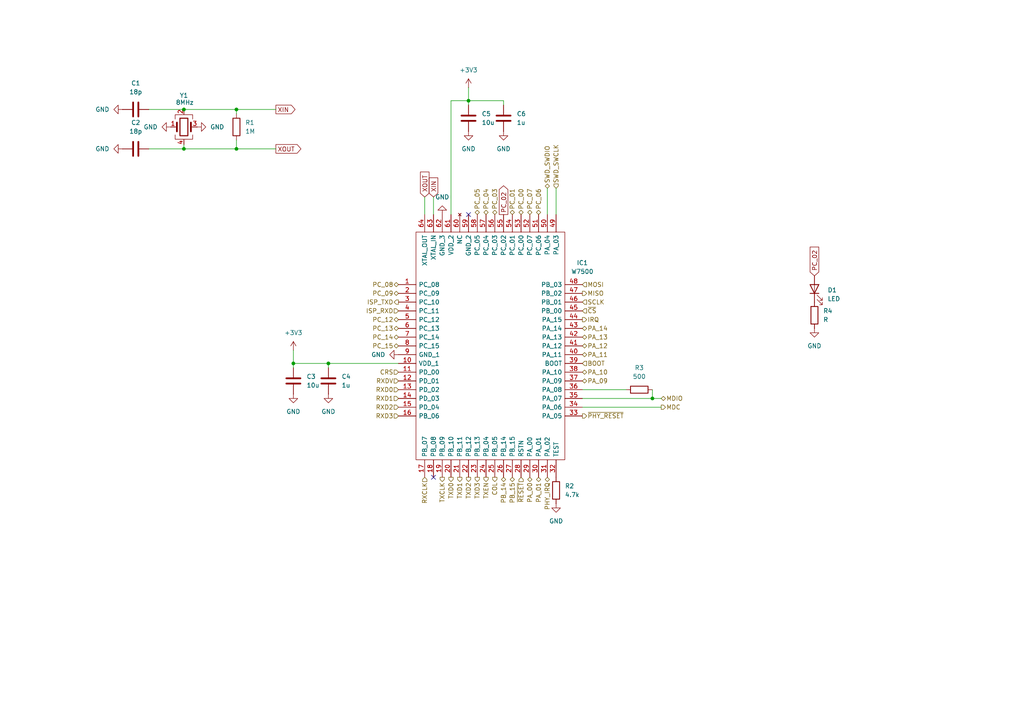
<source format=kicad_sch>
(kicad_sch (version 20231120) (generator "eeschema") (generator_version "8.0")
  (paper "A4")
  (title_block (date "2024-08-09"))
  (lib_symbols
    (symbol "Device:C" (pin_numbers hide) (pin_names (offset 0.254))
      (property "Reference" "C" (at 0.635 2.54 0))
      (property "Value" "C" (at 0.635 -2.54 0))
      (symbol "C_0_1"
        (polyline (pts (xy -2.032 -0.762) (xy 2.032 -0.762)) (stroke (width 0.508)))
        (polyline (pts (xy -2.032 0.762) (xy 2.032 0.762)) (stroke (width 0.508)))
      )
      (symbol "C_1_1"
        (pin passive line (at 0 3.81 270) (length 2.794) (name "~") (number "1"))
        (pin passive line (at 0 -3.81 90) (length 2.794) (name "~") (number "2"))
      )
    )
    (symbol "Device:Crystal_GND24" (pin_names (offset 1.016) hide)
      (property "Reference" "Y" (at 3.175 5.08 0))
      (property "Value" "Crystal_GND24" (at 3.175 3.175 0))
      (symbol "Crystal_GND24_0_1"
        (rectangle (start -1.143 2.54) (end 1.143 -2.54) (stroke (width 0.3048)))
        (polyline (pts (xy -2.54 0) (xy -2.032 0)))
        (polyline (pts (xy -2.032 -1.27) (xy -2.032 1.27)) (stroke (width 0.508)))
        (polyline (pts (xy 0 -3.81) (xy 0 -3.556)))
        (polyline (pts (xy 0 3.556) (xy 0 3.81)))
        (polyline (pts (xy 2.032 -1.27) (xy 2.032 1.27)) (stroke (width 0.508)))
        (polyline (pts (xy 2.032 0) (xy 2.54 0)))
        (polyline (pts (xy -2.54 -2.286) (xy -2.54 -3.556) (xy 2.54 -3.556) (xy 2.54 -2.286)))
        (polyline (pts (xy -2.54 2.286) (xy -2.54 3.556) (xy 2.54 3.556) (xy 2.54 2.286)))
      )
      (symbol "Crystal_GND24_1_1"
        (pin passive line (at -3.81 0 0) (length 1.27) (name "1") (number "1"))
        (pin passive line (at 0 5.08 270) (length 1.27) (name "2") (number "2"))
        (pin passive line (at 3.81 0 180) (length 1.27) (name "3") (number "3"))
        (pin passive line (at 0 -5.08 90) (length 1.27) (name "4") (number "4"))
      )
    )
    (symbol "Device:LED" (pin_numbers hide) (pin_names (offset 1.016) hide)
      (property "Reference" "D" (at 0 2.54 0))
      (property "Value" "LED" (at 0 -2.54 0))
      (symbol "LED_0_1"
        (polyline (pts (xy -1.27 -1.27) (xy -1.27 1.27)) (stroke (width 0.254)))
        (polyline (pts (xy -1.27 0) (xy 1.27 0)))
        (polyline (pts (xy 1.27 -1.27) (xy 1.27 1.27) (xy -1.27 0) (xy 1.27 -1.27)) (stroke (width 0.254)))
        (polyline (pts (xy -3.048 -0.762) (xy -4.572 -2.286) (xy -3.81 -2.286) (xy -4.572 -2.286) (xy -4.572 -1.524)))
        (polyline (pts (xy -1.778 -0.762) (xy -3.302 -2.286) (xy -2.54 -2.286) (xy -3.302 -2.286) (xy -3.302 -1.524)))
      )
      (symbol "LED_1_1"
        (pin passive line (at -3.81 0 0) (length 2.54) (name "K") (number "1"))
        (pin passive line (at 3.81 0 180) (length 2.54) (name "A") (number "2"))
      )
    )
    (symbol "Device:R" (pin_numbers hide) (pin_names (offset 0))
      (property "Reference" "R" (at 2.032 0 90))
      (property "Value" "R" (at 0 0 90))
      (symbol "R_0_1"
        (rectangle (start -1.016 -2.54) (end 1.016 2.54) (stroke (width 0.254)))
      )
      (symbol "R_1_1"
        (pin passive line (at 0 3.81 270) (length 1.27) (name "~") (number "1"))
        (pin passive line (at 0 -3.81 90) (length 1.27) (name "~") (number "2"))
      )
    )
    (symbol "SamacSys_Parts:W7500" (pin_names (offset 0.762))
      (property "Reference" "IC" (at 49.53 20.32 0))
      (property "Value" "W7500" (at 49.53 17.78 0))
      (symbol "W7500_0_0"
        (pin passive line (at 0 0 0) (length 5.08) (name "PC_08") (number "1"))
        (pin passive line (at 0 -22.86 0) (length 5.08) (name "VDD_1") (number "10"))
        (pin passive line (at 0 -25.4 0) (length 5.08) (name "PD_00") (number "11"))
        (pin passive line (at 0 -27.94 0) (length 5.08) (name "PD_01") (number "12"))
        (pin passive line (at 0 -30.48 0) (length 5.08) (name "PD_02") (number "13"))
        (pin passive line (at 0 -33.02 0) (length 5.08) (name "PD_03") (number "14"))
        (pin passive line (at 0 -35.56 0) (length 5.08) (name "PD_04") (number "15"))
        (pin passive line (at 0 -38.1 0) (length 5.08) (name "PB_06") (number "16"))
        (pin passive line (at 7.62 -55.88 90) (length 5.08) (name "PB_07") (number "17"))
        (pin passive line (at 10.16 -55.88 90) (length 5.08) (name "PB_08") (number "18"))
        (pin passive line (at 12.7 -55.88 90) (length 5.08) (name "PB_09") (number "19"))
        (pin passive line (at 0 -2.54 0) (length 5.08) (name "PC_09") (number "2"))
        (pin passive line (at 15.24 -55.88 90) (length 5.08) (name "PB_10") (number "20"))
        (pin passive line (at 17.78 -55.88 90) (length 5.08) (name "PB_11") (number "21"))
        (pin passive line (at 20.32 -55.88 90) (length 5.08) (name "PB_12") (number "22"))
        (pin passive line (at 22.86 -55.88 90) (length 5.08) (name "PB_13") (number "23"))
        (pin passive line (at 25.4 -55.88 90) (length 5.08) (name "PB_04") (number "24"))
        (pin passive line (at 27.94 -55.88 90) (length 5.08) (name "PB_05") (number "25"))
        (pin passive line (at 30.48 -55.88 90) (length 5.08) (name "PB_14") (number "26"))
        (pin passive line (at 33.02 -55.88 90) (length 5.08) (name "PB_15") (number "27"))
        (pin passive line (at 35.56 -55.88 90) (length 5.08) (name "RSTN") (number "28"))
        (pin passive line (at 38.1 -55.88 90) (length 5.08) (name "PA_00") (number "29"))
        (pin passive line (at 0 -5.08 0) (length 5.08) (name "PC_10") (number "3"))
        (pin passive line (at 40.64 -55.88 90) (length 5.08) (name "PA_01") (number "30"))
        (pin passive line (at 43.18 -55.88 90) (length 5.08) (name "PA_02") (number "31"))
        (pin passive line (at 45.72 -55.88 90) (length 5.08) (name "TEST") (number "32"))
        (pin passive line (at 53.34 -38.1 180) (length 5.08) (name "PA_05") (number "33"))
        (pin passive line (at 53.34 -35.56 180) (length 5.08) (name "PA_06") (number "34"))
        (pin passive line (at 53.34 -33.02 180) (length 5.08) (name "PA_07") (number "35"))
        (pin passive line (at 53.34 -30.48 180) (length 5.08) (name "PA_08") (number "36"))
        (pin passive line (at 53.34 -27.94 180) (length 5.08) (name "PA_09") (number "37"))
        (pin passive line (at 53.34 -25.4 180) (length 5.08) (name "PA_10") (number "38"))
        (pin passive line (at 53.34 -22.86 180) (length 5.08) (name "BOOT") (number "39"))
        (pin passive line (at 0 -7.62 0) (length 5.08) (name "PC_11") (number "4"))
        (pin passive line (at 53.34 -20.32 180) (length 5.08) (name "PA_11") (number "40"))
        (pin passive line (at 53.34 -17.78 180) (length 5.08) (name "PA_12") (number "41"))
        (pin passive line (at 53.34 -15.24 180) (length 5.08) (name "PA_13") (number "42"))
        (pin passive line (at 53.34 -12.7 180) (length 5.08) (name "PA_14") (number "43"))
        (pin passive line (at 53.34 -10.16 180) (length 5.08) (name "PA_15") (number "44"))
        (pin passive line (at 53.34 -7.62 180) (length 5.08) (name "PB_00") (number "45"))
        (pin passive line (at 53.34 -5.08 180) (length 5.08) (name "PB_01") (number "46"))
        (pin passive line (at 53.34 -2.54 180) (length 5.08) (name "PB_02") (number "47"))
        (pin passive line (at 53.34 0 180) (length 5.08) (name "PB_03") (number "48"))
        (pin passive line (at 45.72 20.32 270) (length 5.08) (name "PA_03") (number "49"))
        (pin passive line (at 0 -10.16 0) (length 5.08) (name "PC_12") (number "5"))
        (pin passive line (at 43.18 20.32 270) (length 5.08) (name "PA_04") (number "50"))
        (pin passive line (at 40.64 20.32 270) (length 5.08) (name "PC_06") (number "51"))
        (pin passive line (at 38.1 20.32 270) (length 5.08) (name "PC_07") (number "52"))
        (pin passive line (at 35.56 20.32 270) (length 5.08) (name "PC_00") (number "53"))
        (pin passive line (at 33.02 20.32 270) (length 5.08) (name "PC_01") (number "54"))
        (pin passive line (at 30.48 20.32 270) (length 5.08) (name "PC_02") (number "55"))
        (pin passive line (at 27.94 20.32 270) (length 5.08) (name "PC_03") (number "56"))
        (pin passive line (at 25.4 20.32 270) (length 5.08) (name "PC_04") (number "57"))
        (pin passive line (at 22.86 20.32 270) (length 5.08) (name "PC_05") (number "58"))
        (pin passive line (at 20.32 20.32 270) (length 5.08) (name "GND_2") (number "59"))
        (pin passive line (at 0 -12.7 0) (length 5.08) (name "PC_13") (number "6"))
        (pin no_connect line (at 17.78 20.32 270) (length 5.08) (name "NC") (number "60"))
        (pin passive line (at 15.24 20.32 270) (length 5.08) (name "VDD_2") (number "61"))
        (pin passive line (at 12.7 20.32 270) (length 5.08) (name "GND_3") (number "62"))
        (pin passive line (at 10.16 20.32 270) (length 5.08) (name "XTAL_IN") (number "63"))
        (pin passive line (at 7.62 20.32 270) (length 5.08) (name "XTAL_OUT") (number "64"))
        (pin passive line (at 0 -15.24 0) (length 5.08) (name "PC_14") (number "7"))
        (pin passive line (at 0 -17.78 0) (length 5.08) (name "PC_15") (number "8"))
        (pin passive line (at 0 -20.32 0) (length 5.08) (name "GND_1") (number "9"))
      )
      (symbol "W7500_0_1"
        (polyline (pts (xy 5.08 15.24) (xy 48.26 15.24) (xy 48.26 -50.8) (xy 5.08 -50.8) (xy 5.08 15.24)) (stroke (width 0.1524)))
      )
    )
    (symbol "power:+3V3" (power) (pin_numbers hide) (pin_names (offset 0) hide)
      (property "Value" "+3V3" (at 0 3.556 0))
      (symbol "+3V3_0_1"
        (polyline (pts (xy -0.762 1.27) (xy 0 2.54)))
        (polyline (pts (xy 0 0) (xy 0 2.54)))
        (polyline (pts (xy 0 2.54) (xy 0.762 1.27)))
      )
      (symbol "+3V3_1_1"
        (pin power_in line (at 0 0 90) (length 0) (name "~") (number "1"))
      )
    )
    (symbol "power:GND" (power) (pin_numbers hide) (pin_names (offset 0) hide)
      (property "Value" "GND" (at 0 -3.81 0))
      (symbol "GND_0_1"
        (polyline (pts (xy 0 0) (xy 0 -1.27) (xy 1.27 -1.27) (xy 0 -2.54) (xy -1.27 -1.27) (xy 0 -1.27)))
      )
      (symbol "GND_1_1"
        (pin power_in line (at 0 0 270) (length 0) (name "~") (number "1"))
      )
    )
  )
  (junction (at 189.23 115.57))
  (junction (at 85.09 105.41))
  (junction (at 135.89 29.21))
  (junction (at 68.58 31.75))
  (junction (at 95.25 105.41))
  (junction (at 53.34 31.75))
  (junction (at 53.34 43.18))
  (junction (at 68.58 43.18))
  (no_connect (at 125.73 138.43))
  (no_connect (at 135.89 62.23))
  (wire (pts (xy 125.73 57.15) (xy 125.73 62.23)))
  (wire (pts (xy 68.58 40.64) (xy 68.58 43.18)))
  (wire (pts (xy 43.18 31.75) (xy 53.34 31.75)))
  (wire (pts (xy 68.58 33.02) (xy 68.58 31.75)))
  (wire (pts (xy 43.18 43.18) (xy 53.34 43.18)))
  (wire (pts (xy 189.23 115.57) (xy 191.77 115.57)))
  (wire (pts (xy 158.75 54.61) (xy 158.75 62.23)))
  (wire (pts (xy 130.81 62.23) (xy 130.81 29.21)))
  (wire (pts (xy 68.58 31.75) (xy 80.01 31.75)))
  (wire (pts (xy 135.89 29.21) (xy 135.89 25.4)))
  (wire (pts (xy 53.34 41.91) (xy 53.34 43.18)))
  (wire (pts (xy 168.91 113.03) (xy 181.61 113.03)))
  (wire (pts (xy 161.29 54.61) (xy 161.29 62.23)))
  (wire (pts (xy 123.19 57.15) (xy 123.19 62.23)))
  (wire (pts (xy 95.25 105.41) (xy 95.25 106.68)))
  (wire (pts (xy 189.23 113.03) (xy 189.23 115.57)))
  (wire (pts (xy 130.81 29.21) (xy 135.89 29.21)))
  (wire (pts (xy 168.91 118.11) (xy 191.77 118.11)))
  (wire (pts (xy 53.34 43.18) (xy 68.58 43.18)))
  (wire (pts (xy 168.91 115.57) (xy 189.23 115.57)))
  (wire (pts (xy 53.34 31.75) (xy 68.58 31.75)))
  (wire (pts (xy 115.57 105.41) (xy 95.25 105.41)))
  (wire (pts (xy 80.01 43.18) (xy 68.58 43.18)))
  (wire (pts (xy 146.05 29.21) (xy 135.89 29.21)))
  (wire (pts (xy 85.09 105.41) (xy 85.09 101.6)))
  (wire (pts (xy 135.89 29.21) (xy 135.89 30.48)))
  (wire (pts (xy 85.09 105.41) (xy 85.09 106.68)))
  (wire (pts (xy 146.05 29.21) (xy 146.05 30.48)))
  (wire (pts (xy 95.25 105.41) (xy 85.09 105.41)))
  (global_label "XIN" (shape output) (at 80.01 31.75 0) (property "Intersheetrefs" "${INTERSHEET_REFS}" (effects (hide yes))))
  (global_label "XIN" (shape input) (at 125.73 57.15 90) (property "Intersheetrefs" "${INTERSHEET_REFS}" (effects (hide yes))))
  (global_label "PC_02" (shape output) (at 146.05 62.23 90) (property "Intersheetrefs" "${INTERSHEET_REFS}" (effects (hide yes))))
  (global_label "XOUT" (shape input) (at 123.19 57.15 90) (property "Intersheetrefs" "${INTERSHEET_REFS}" (effects (hide yes))))
  (global_label "XOUT" (shape output) (at 80.01 43.18 0) (property "Intersheetrefs" "${INTERSHEET_REFS}" (effects (hide yes))))
  (global_label "PC_02" (shape input) (at 236.22 80.01 90) (property "Intersheetrefs" "${INTERSHEET_REFS}" (effects (hide yes))))
  (hierarchical_label "PC_01" (shape bidirectional) (at 148.59 62.23 90))
  (hierarchical_label "SWD_SWCLK" (shape input) (at 161.29 54.61 90))
  (hierarchical_label "RXDV" (shape input) (at 115.57 110.49 180))
  (hierarchical_label "PA_14" (shape bidirectional) (at 168.91 95.25 0))
  (hierarchical_label "~{PHY_RESET}" (shape output) (at 168.91 120.65 0))
  (hierarchical_label "PC_13" (shape bidirectional) (at 115.57 95.25 180))
  (hierarchical_label "RXD2" (shape input) (at 115.57 118.11 180))
  (hierarchical_label "PC_12" (shape bidirectional) (at 115.57 92.71 180))
  (hierarchical_label "ISP_TXD" (shape output) (at 115.57 87.63 180))
  (hierarchical_label "PC_06" (shape bidirectional) (at 156.21 62.23 90))
  (hierarchical_label "PA_13" (shape bidirectional) (at 168.91 97.79 0))
  (hierarchical_label "PHY_IRQ" (shape bidirectional) (at 158.75 138.43 270))
  (hierarchical_label "ISP_RXD" (shape input) (at 115.57 90.17 180))
  (hierarchical_label "PA_11" (shape bidirectional) (at 168.91 102.87 0))
  (hierarchical_label "PC_04" (shape bidirectional) (at 140.97 62.23 90))
  (hierarchical_label "~{CS}" (shape input) (at 168.91 90.17 0))
  (hierarchical_label "PA_12" (shape bidirectional) (at 168.91 100.33 0))
  (hierarchical_label "MDIO" (shape bidirectional) (at 191.77 115.57 0))
  (hierarchical_label "TXD0" (shape output) (at 130.81 138.43 270))
  (hierarchical_label "MDC" (shape output) (at 191.77 118.11 0))
  (hierarchical_label "PB_15" (shape bidirectional) (at 148.59 138.43 270))
  (hierarchical_label "PC_05" (shape bidirectional) (at 138.43 62.23 90))
  (hierarchical_label "RXD1" (shape input) (at 115.57 115.57 180))
  (hierarchical_label "PC_00" (shape bidirectional) (at 151.13 62.23 90))
  (hierarchical_label "BOOT" (shape input) (at 168.91 105.41 0))
  (hierarchical_label "PA_10" (shape bidirectional) (at 168.91 107.95 0))
  (hierarchical_label "CRS" (shape input) (at 115.57 107.95 180))
  (hierarchical_label "MISO" (shape output) (at 168.91 85.09 0))
  (hierarchical_label "SCLK" (shape input) (at 168.91 87.63 0))
  (hierarchical_label "PC_08" (shape bidirectional) (at 115.57 82.55 180))
  (hierarchical_label "PC_15" (shape bidirectional) (at 115.57 100.33 180))
  (hierarchical_label "PA_01" (shape bidirectional) (at 156.21 138.43 270))
  (hierarchical_label "TXCLK" (shape output) (at 128.27 138.43 270))
  (hierarchical_label "~{RESET}" (shape input) (at 151.13 138.43 270))
  (hierarchical_label "SWD_SWDIO" (shape bidirectional) (at 158.75 54.61 90))
  (hierarchical_label "PC_14" (shape bidirectional) (at 115.57 97.79 180))
  (hierarchical_label "PA_00" (shape bidirectional) (at 153.67 138.43 270))
  (hierarchical_label "RXCLK" (shape input) (at 123.19 138.43 270))
  (hierarchical_label "RXD0" (shape input) (at 115.57 113.03 180))
  (hierarchical_label "PC_03" (shape bidirectional) (at 143.51 62.23 90))
  (hierarchical_label "PC_09" (shape bidirectional) (at 115.57 85.09 180))
  (hierarchical_label "PC_07" (shape bidirectional) (at 153.67 62.23 90))
  (hierarchical_label "TXD2" (shape output) (at 135.89 138.43 270))
  (hierarchical_label "PB_14" (shape bidirectional) (at 146.05 138.43 270))
  (hierarchical_label "RXD3" (shape input) (at 115.57 120.65 180))
  (hierarchical_label "COL" (shape output) (at 143.51 138.43 270))
  (hierarchical_label "MOSI" (shape input) (at 168.91 82.55 0))
  (hierarchical_label "TXD3" (shape output) (at 138.43 138.43 270))
  (hierarchical_label "TXD1" (shape output) (at 133.35 138.43 270))
  (hierarchical_label "TXEN" (shape output) (at 140.97 138.43 270))
  (hierarchical_label "IRQ" (shape output) (at 168.91 92.71 0))
  (hierarchical_label "PA_09" (shape bidirectional) (at 168.91 110.49 0))
  (symbol (lib_id "power:GND") (at 236.22 95.25 0) (unit 1)
    (property "Reference" "#PWR012" (effects (hide yes)))
    (property "Value" "GND" (at 236.22 100.33 0))
    (property "Description" "Power symbol creates a global label with name \"GND\" , ground" (effects (hide yes)))
  )
  (symbol (lib_id "power:+3V3") (at 85.09 101.6 0) (unit 1)
    (property "Reference" "#PWR03" (effects (hide yes)))
    (property "Value" "+3V3" (at 85.09 96.52 0))
    (property "Description" "Power symbol creates a global label with name \"+3V3\"" (effects (hide yes)))
  )
  (symbol (lib_id "power:GND") (at 49.53 36.83 270) (unit 1)
    (property "Reference" "#PWR032" (effects (hide yes)))
    (property "Value" "GND" (at 45.72 36.8299 90) (effects (justify right)))
    (property "Description" "Power symbol creates a global label with name \"GND\" , ground" (effects (hide yes)))
  )
  (symbol (lib_id "power:GND") (at 85.09 114.3 0) (unit 1)
    (property "Reference" "#PWR04" (effects (hide yes)))
    (property "Value" "GND" (at 85.09 119.38 0))
    (property "Description" "Power symbol creates a global label with name \"GND\" , ground" (effects (hide yes)))
  )
  (symbol (lib_id "Device:Crystal_GND24") (at 53.34 36.83 0) (unit 1)
    (property "Reference" "Y1" (at 53.34 27.686 0))
    (property "Value" "8MHz" (at 53.594 29.718 0))
    (property "Footprint" "Crystal:Crystal_SMD_5032-4Pin_5.0x3.2mm" (effects (hide yes)))
    (property "Description" "Four pin crystal, GND on pins 2 and 4" (effects (hide yes)))
  )
  (symbol (lib_id "Device:C") (at 135.89 34.29 0) (unit 1)
    (property "Reference" "C5" (at 139.7 33.0199 0) (effects (justify left)))
    (property "Value" "10u" (at 139.7 35.5599 0) (effects (justify left)))
    (property "Footprint" "Capacitor_SMD:C_0805_2012Metric_Pad1.18x1.45mm_HandSolder" (effects (hide yes)))
    (property "Description" "Unpolarized capacitor" (effects (hide yes)))
  )
  (symbol (lib_id "power:GND") (at 146.05 38.1 0) (unit 1)
    (property "Reference" "#PWR010" (effects (hide yes)))
    (property "Value" "GND" (at 146.05 43.18 0))
    (property "Description" "Power symbol creates a global label with name \"GND\" , ground" (effects (hide yes)))
  )
  (symbol (lib_id "Device:C") (at 39.37 43.18 270) (unit 1)
    (property "Reference" "C2" (at 39.37 35.56 90))
    (property "Value" "18p" (at 39.37 38.1 90))
    (property "Footprint" "Capacitor_SMD:C_0805_2012Metric_Pad1.18x1.45mm_HandSolder" (effects (hide yes)))
    (property "Description" "Unpolarized capacitor" (effects (hide yes)))
  )
  (symbol (lib_id "SamacSys_Parts:W7500") (at 115.57 82.55 0) (unit 1)
    (property "Reference" "IC1" (at 168.91 76.2314 0))
    (property "Value" "W7500" (at 168.91 78.7714 0))
    (property "Footprint" "SamacSys_Parts:QFP40P900X900X160-64N" (effects (hide yes)))
    (property "Datasheet" "https://www.arrow.com/en/products/w7500/wiznet" (effects (hide yes)))
    (property "Description" "ARM Microcontrollers - MCU TCP/IP MAC 128KB Flash 16KB SRAM" (effects (hide yes)))
    (property "Description_1" "ARM Microcontrollers - MCU TCP/IP MAC 128KB Flash 16KB SRAM" (effects (hide yes)))
    (property "Height" "1.6" (effects (hide yes)))
    (property "Manufacturer_Name" "Wiznet Technology" (effects (hide yes)))
    (property "Manufacturer_Part_Number" "W7500" (effects (hide yes)))
  )
  (symbol (lib_id "Device:R") (at 236.22 91.44 0) (unit 1)
    (property "Reference" "R4" (at 238.76 90.1699 0) (effects (justify left)))
    (property "Value" "R" (at 238.76 92.7099 0) (effects (justify left)))
    (property "Footprint" "Resistor_SMD:R_0805_2012Metric_Pad1.20x1.40mm_HandSolder" (effects (hide yes)))
    (property "Description" "Resistor" (effects (hide yes)))
  )
  (symbol (lib_id "Device:LED") (at 236.22 83.82 90) (unit 1)
    (property "Reference" "D1" (at 240.03 84.1374 90) (effects (justify right)))
    (property "Value" "LED" (at 240.03 86.6774 90) (effects (justify right)))
    (property "Footprint" "LED_SMD:LED_0805_2012Metric_Pad1.15x1.40mm_HandSolder" (effects (hide yes)))
    (property "Description" "Light emitting diode" (effects (hide yes)))
  )
  (symbol (lib_id "Device:C") (at 95.25 110.49 0) (unit 1)
    (property "Reference" "C4" (at 99.06 109.2199 0) (effects (justify left)))
    (property "Value" "1u" (at 99.06 111.7599 0) (effects (justify left)))
    (property "Footprint" "Capacitor_SMD:C_0805_2012Metric_Pad1.18x1.45mm_HandSolder" (effects (hide yes)))
    (property "Description" "Unpolarized capacitor" (effects (hide yes)))
  )
  (symbol (lib_id "Device:C") (at 146.05 34.29 0) (unit 1)
    (property "Reference" "C6" (at 149.86 33.0199 0) (effects (justify left)))
    (property "Value" "1u" (at 149.86 35.5599 0) (effects (justify left)))
    (property "Footprint" "Capacitor_SMD:C_0805_2012Metric_Pad1.18x1.45mm_HandSolder" (effects (hide yes)))
    (property "Description" "Unpolarized capacitor" (effects (hide yes)))
  )
  (symbol (lib_id "power:GND") (at 161.29 146.05 0) (unit 1)
    (property "Reference" "#PWR011" (effects (hide yes)))
    (property "Value" "GND" (at 161.29 151.13 0))
    (property "Description" "Power symbol creates a global label with name \"GND\" , ground" (effects (hide yes)))
  )
  (symbol (lib_id "power:GND") (at 35.56 31.75 270) (unit 1)
    (property "Reference" "#PWR01" (effects (hide yes)))
    (property "Value" "GND" (at 31.75 31.7499 90) (effects (justify right)))
    (property "Description" "Power symbol creates a global label with name \"GND\" , ground" (effects (hide yes)))
  )
  (symbol (lib_id "Device:R") (at 68.58 36.83 0) (unit 1)
    (property "Reference" "R1" (at 71.12 35.5599 0) (effects (justify left)))
    (property "Value" "1M" (at 71.12 38.0999 0) (effects (justify left)))
    (property "Footprint" "Resistor_SMD:R_0805_2012Metric_Pad1.20x1.40mm_HandSolder" (effects (hide yes)))
    (property "Description" "Resistor" (effects (hide yes)))
  )
  (symbol (lib_id "Device:R") (at 161.29 142.24 0) (unit 1)
    (property "Reference" "R2" (at 163.83 140.9699 0) (effects (justify left)))
    (property "Value" "4.7k" (at 163.83 143.5099 0) (effects (justify left)))
    (property "Footprint" "Resistor_SMD:R_0805_2012Metric_Pad1.20x1.40mm_HandSolder" (effects (hide yes)))
    (property "Description" "Resistor" (effects (hide yes)))
  )
  (symbol (lib_id "power:GND") (at 57.15 36.83 90) (unit 1)
    (property "Reference" "#PWR033" (effects (hide yes)))
    (property "Value" "GND" (at 60.96 36.8299 90) (effects (justify right)))
    (property "Description" "Power symbol creates a global label with name \"GND\" , ground" (effects (hide yes)))
  )
  (symbol (lib_id "power:GND") (at 128.27 62.23 180) (unit 1)
    (property "Reference" "#PWR07" (effects (hide yes)))
    (property "Value" "GND" (at 128.27 57.15 0))
    (property "Description" "Power symbol creates a global label with name \"GND\" , ground" (effects (hide yes)))
  )
  (symbol (lib_id "Device:R") (at 185.42 113.03 90) (unit 1)
    (property "Reference" "R3" (at 185.42 106.68 90))
    (property "Value" "500" (at 185.42 109.22 90))
    (property "Footprint" "Resistor_SMD:R_0805_2012Metric_Pad1.20x1.40mm_HandSolder" (effects (hide yes)))
    (property "Description" "Resistor" (effects (hide yes)))
  )
  (symbol (lib_id "power:+3V3") (at 135.89 25.4 0) (unit 1)
    (property "Reference" "#PWR08" (effects (hide yes)))
    (property "Value" "+3V3" (at 135.89 20.32 0))
    (property "Description" "Power symbol creates a global label with name \"+3V3\"" (effects (hide yes)))
  )
  (symbol (lib_id "power:GND") (at 95.25 114.3 0) (unit 1)
    (property "Reference" "#PWR05" (effects (hide yes)))
    (property "Value" "GND" (at 95.25 119.38 0))
    (property "Description" "Power symbol creates a global label with name \"GND\" , ground" (effects (hide yes)))
  )
  (symbol (lib_id "Device:C") (at 39.37 31.75 270) (unit 1)
    (property "Reference" "C1" (at 39.37 24.13 90))
    (property "Value" "18p" (at 39.37 26.67 90))
    (property "Footprint" "Capacitor_SMD:C_0805_2012Metric_Pad1.18x1.45mm_HandSolder" (effects (hide yes)))
    (property "Description" "Unpolarized capacitor" (effects (hide yes)))
  )
  (symbol (lib_id "Device:C") (at 85.09 110.49 0) (unit 1)
    (property "Reference" "C3" (at 88.9 109.2199 0) (effects (justify left)))
    (property "Value" "10u" (at 88.9 111.7599 0) (effects (justify left)))
    (property "Footprint" "Capacitor_SMD:C_0805_2012Metric_Pad1.18x1.45mm_HandSolder" (effects (hide yes)))
    (property "Description" "Unpolarized capacitor" (effects (hide yes)))
  )
  (symbol (lib_id "power:GND") (at 135.89 38.1 0) (unit 1)
    (property "Reference" "#PWR09" (effects (hide yes)))
    (property "Value" "GND" (at 135.89 43.18 0))
    (property "Description" "Power symbol creates a global label with name \"GND\" , ground" (effects (hide yes)))
  )
  (symbol (lib_id "power:GND") (at 35.56 43.18 270) (unit 1)
    (property "Reference" "#PWR02" (effects (hide yes)))
    (property "Value" "GND" (at 31.75 43.1799 90) (effects (justify right)))
    (property "Description" "Power symbol creates a global label with name \"GND\" , ground" (effects (hide yes)))
  )
  (symbol (lib_id "power:GND") (at 115.57 102.87 270) (unit 1)
    (property "Reference" "#PWR06" (effects (hide yes)))
    (property "Value" "GND" (at 111.76 102.8699 90) (effects (justify right)))
    (property "Description" "Power symbol creates a global label with name \"GND\" , ground" (effects (hide yes)))
  )
)
</source>
